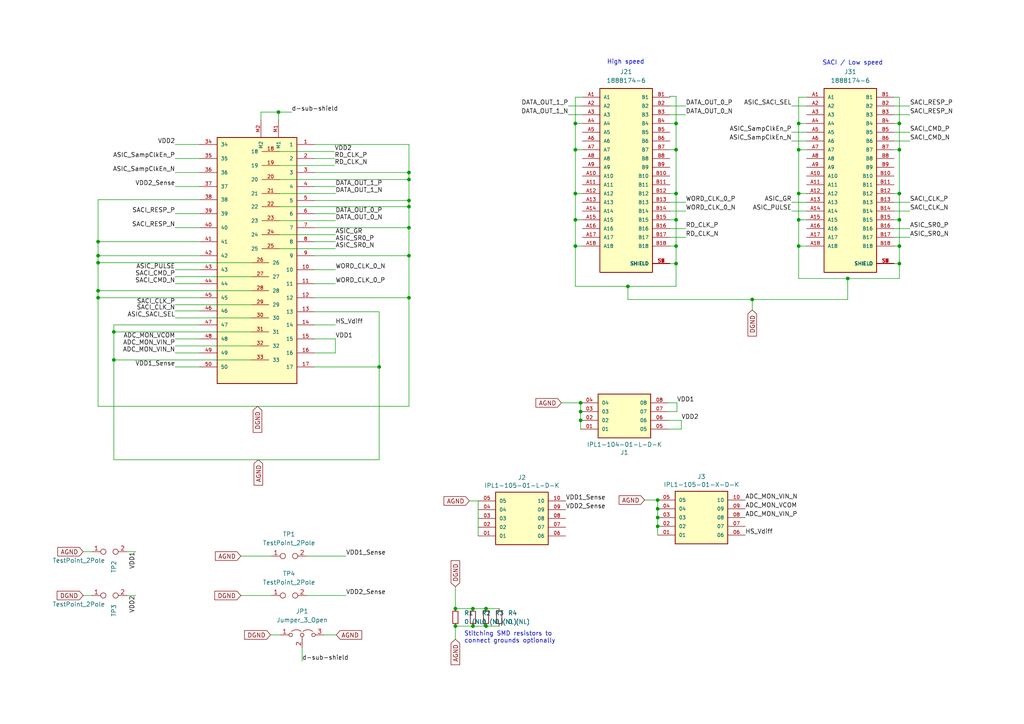
<source format=kicad_sch>
(kicad_sch (version 20211123) (generator eeschema)
  (paper "A4")
  (lib_symbols
    (symbol "Connector:1888174-6" (pin_names (offset 1.016))
      (property "Reference" "J" (at -7.874 26.162 0))
      (property "Value" "1888174-6" (at -7.62 -29.9974 0))
      (symbol "1888174-6_0_0"
        (rectangle (start -7.62 -27.94) (end 7.62 25.4) (stroke (width 0.254)) (fill (type background)))
        (pin passive line (at -12.7 22.86 0) (length 5.08) (name "A1") (number "A1"))
        (pin passive line (at -12.7 0 0) (length 5.08) (name "A10") (number "A10"))
        (pin passive line (at -12.7 -2.54 0) (length 5.08) (name "A11") (number "A11"))
        (pin passive line (at -12.7 -5.08 0) (length 5.08) (name "A12") (number "A12"))
        (pin passive line (at -12.7 -7.62 0) (length 5.08) (name "A13") (number "A13"))
        (pin passive line (at -12.7 -10.16 0) (length 5.08) (name "A14") (number "A14"))
        (pin passive line (at -12.7 -12.7 0) (length 5.08) (name "A15") (number "A15"))
        (pin passive line (at -12.7 -15.24 0) (length 5.08) (name "A16") (number "A16"))
        (pin passive line (at -12.7 -17.78 0) (length 5.08) (name "A17") (number "A17"))
        (pin passive line (at -12.7 -20.32 0) (length 5.08) (name "A18") (number "A18"))
        (pin passive line (at -12.7 20.32 0) (length 5.08) (name "A2") (number "A2"))
        (pin passive line (at -12.7 17.78 0) (length 5.08) (name "A3") (number "A3"))
        (pin passive line (at -12.7 15.24 0) (length 5.08) (name "A4") (number "A4"))
        (pin passive line (at -12.7 12.7 0) (length 5.08) (name "A5") (number "A5"))
        (pin passive line (at -12.7 10.16 0) (length 5.08) (name "A6") (number "A6"))
        (pin passive line (at -12.7 7.62 0) (length 5.08) (name "A7") (number "A7"))
        (pin passive line (at -12.7 5.08 0) (length 5.08) (name "A8") (number "A8"))
        (pin passive line (at -12.7 2.54 0) (length 5.08) (name "A9") (number "A9"))
        (pin passive line (at 12.7 22.86 180) (length 5.08) (name "B1") (number "B1"))
        (pin passive line (at 12.7 0 180) (length 5.08) (name "B10") (number "B10"))
        (pin passive line (at 12.7 -2.54 180) (length 5.08) (name "B11") (number "B11"))
        (pin passive line (at 12.7 -5.08 180) (length 5.08) (name "B12") (number "B12"))
        (pin passive line (at 12.7 -7.62 180) (length 5.08) (name "B13") (number "B13"))
        (pin passive line (at 12.7 -10.16 180) (length 5.08) (name "B14") (number "B14"))
        (pin passive line (at 12.7 -12.7 180) (length 5.08) (name "B15") (number "B15"))
        (pin passive line (at 12.7 -15.24 180) (length 5.08) (name "B16") (number "B16"))
        (pin passive line (at 12.7 -17.78 180) (length 5.08) (name "B17") (number "B17"))
        (pin passive line (at 12.7 -20.32 180) (length 5.08) (name "B18") (number "B18"))
        (pin passive line (at 12.7 20.32 180) (length 5.08) (name "B2") (number "B2"))
        (pin passive line (at 12.7 17.78 180) (length 5.08) (name "B3") (number "B3"))
        (pin passive line (at 12.7 15.24 180) (length 5.08) (name "B4") (number "B4"))
        (pin passive line (at 12.7 12.7 180) (length 5.08) (name "B5") (number "B5"))
        (pin passive line (at 12.7 10.16 180) (length 5.08) (name "B6") (number "B6"))
        (pin passive line (at 12.7 7.62 180) (length 5.08) (name "B7") (number "B7"))
        (pin passive line (at 12.7 5.08 180) (length 5.08) (name "B8") (number "B8"))
        (pin passive line (at 12.7 2.54 180) (length 5.08) (name "B9") (number "B9"))
        (pin passive line (at 12.7 -25.4 180) (length 5.08) (name "SHIELD") (number "S1"))
        (pin passive line (at 12.7 -25.4 180) (length 5.08) (name "SHIELD") (number "S2"))
        (pin passive line (at 12.7 -25.4 180) (length 5.08) (name "SHIELD") (number "S3"))
        (pin passive line (at 12.7 -25.4 180) (length 5.08) (name "SHIELD") (number "S4"))
        (pin passive line (at 12.7 -25.4 180) (length 5.08) (name "SHIELD") (number "S5"))
        (pin passive line (at 12.7 -25.4 180) (length 5.08) (name "SHIELD") (number "S6"))
        (pin passive line (at 12.7 -25.4 180) (length 5.08) (name "SHIELD") (number "S7"))
        (pin passive line (at 12.7 -25.4 180) (length 5.08) (name "SHIELD") (number "S8"))
      )
    )
    (symbol "Connector:TestPoint_2Pole" (pin_names (offset 0.762) hide)
      (property "Reference" "TP" (at 0 1.524 0))
      (property "Value" "TestPoint_2Pole" (at 0 -1.778 0))
      (symbol "TestPoint_2Pole_0_1"
        (circle (center -1.778 0) (radius 0.762))
        (circle (center 1.778 0) (radius 0.762))
        (pin passive line (at -5.08 0 0) (length 2.54) (name "1") (number "1"))
        (pin passive line (at 5.08 0 180) (length 2.54) (name "2") (number "2"))
      )
    )
    (symbol "Device:R_Small" (pin_numbers hide) (pin_names (offset 0.254) hide)
      (property "Reference" "R" (at 0.762 0.508 0))
      (property "Value" "R_Small" (at 0.762 -1.016 0))
      (symbol "R_Small_0_1"
        (rectangle (start -0.762 1.778) (end 0.762 -1.778) (stroke (width 0.2032)))
      )
      (symbol "R_Small_1_1"
        (pin passive line (at 0 2.54 270) (length 0.762) (name "~") (number "1"))
        (pin passive line (at 0 -2.54 90) (length 0.762) (name "~") (number "2"))
      )
    )
    (symbol "IPL-104:IPL1-104-01-L-D-K" (pin_names (offset 1.016))
      (property "Reference" "J" (at -7.62 6.35 0))
      (property "Value" "IPL1-104-01-L-D-K" (at -7.62 -8.89 0))
      (symbol "IPL1-104-01-L-D-K_0_0"
        (rectangle (start -7.62 -7.62) (end 7.62 5.08) (stroke (width 0.254)) (fill (type background)))
        (pin passive line (at -12.7 2.54 0) (length 5.08) (name "01") (number "01"))
        (pin passive line (at -12.7 0 0) (length 5.08) (name "02") (number "02"))
        (pin passive line (at -12.7 -2.54 0) (length 5.08) (name "03") (number "03"))
        (pin passive line (at -12.7 -5.08 0) (length 5.08) (name "04") (number "04"))
        (pin passive line (at 12.7 2.54 180) (length 5.08) (name "05") (number "05"))
        (pin passive line (at 12.7 0 180) (length 5.08) (name "06") (number "06"))
        (pin passive line (at 12.7 -2.54 180) (length 5.08) (name "07") (number "07"))
        (pin passive line (at 12.7 -5.08 180) (length 5.08) (name "08") (number "08"))
      )
    )
    (symbol "IPL-105:IPL1-105-01-X-D-K" (pin_names (offset 1.016))
      (property "Reference" "J" (at -7.62 8.89 0))
      (property "Value" "IPL1-105-01-X-D-K" (at -7.62 -8.89 0))
      (symbol "IPL1-105-01-X-D-K_0_0"
        (rectangle (start -7.62 -7.62) (end 7.62 7.62) (stroke (width 0.254)) (fill (type background)))
        (pin passive line (at -12.7 5.08 0) (length 5.08) (name "01") (number "01"))
        (pin passive line (at -12.7 2.54 0) (length 5.08) (name "02") (number "02"))
        (pin passive line (at -12.7 0 0) (length 5.08) (name "03") (number "03"))
        (pin passive line (at -12.7 -2.54 0) (length 5.08) (name "04") (number "04"))
        (pin passive line (at -12.7 -5.08 0) (length 5.08) (name "05") (number "05"))
        (pin passive line (at 12.7 5.08 180) (length 5.08) (name "06") (number "06"))
        (pin passive line (at 12.7 2.54 180) (length 5.08) (name "07") (number "07"))
        (pin passive line (at 12.7 0 180) (length 5.08) (name "08") (number "08"))
        (pin passive line (at 12.7 -2.54 180) (length 5.08) (name "09") (number "09"))
        (pin passive line (at 12.7 -5.08 180) (length 5.08) (name "10") (number "10"))
      )
    )
    (symbol "Jumper:Jumper_3_Open" (pin_names (offset 0) hide)
      (property "Reference" "JP" (at -2.54 -2.54 0))
      (property "Value" "Jumper_3_Open" (at 0 2.794 0))
      (symbol "Jumper_3_Open_0_0"
        (circle (center -3.302 0) (radius 0.508))
        (circle (center 0 0) (radius 0.508))
        (circle (center 3.302 0) (radius 0.508))
      )
      (symbol "Jumper_3_Open_0_1"
        (arc (start -0.254 1.016) (mid -1.651 1.4992) (end -3.048 1.016))
        (polyline (pts (xy 0 -0.508) (xy 0 -1.27)))
        (arc (start 3.048 1.016) (mid 1.651 1.4992) (end 0.254 1.016))
      )
      (symbol "Jumper_3_Open_1_1"
        (pin passive line (at -6.35 0 0) (length 2.54) (name "A") (number "1"))
        (pin passive line (at 0 -3.81 90) (length 2.54) (name "C") (number "2"))
        (pin passive line (at 6.35 0 180) (length 2.54) (name "B") (number "3"))
      )
    )
    (symbol "dsub-50:5747193-2" (pin_names (offset 1.016))
      (symbol "5747193-2_0_0"
        (rectangle (start -10.668 75.946) (end 12.446 4.572) (stroke (width 0.254)) (fill (type background)))
        (pin bidirectional line (at 17.526 73.914 180) (length 5.08) (name "1") (number "1"))
        (pin bidirectional line (at 17.526 37.592 180) (length 5.08) (name "10") (number "10"))
        (pin bidirectional line (at 17.526 33.528 180) (length 5.08) (name "11") (number "11"))
        (pin bidirectional line (at 17.526 29.464 180) (length 5.08) (name "12") (number "12"))
        (pin bidirectional line (at 17.526 25.4 180) (length 5.08) (name "13") (number "13"))
        (pin bidirectional line (at 17.526 21.59 180) (length 5.08) (name "14") (number "14"))
        (pin bidirectional line (at 17.526 17.526 180) (length 5.08) (name "15") (number "15"))
        (pin bidirectional line (at 17.526 13.462 180) (length 5.08) (name "16") (number "16"))
        (pin bidirectional line (at 17.526 9.398 180) (length 5.08) (name "17") (number "17"))
        (pin bidirectional line (at 7.366 71.882 180) (length 5.08) (name "18") (number "18"))
        (pin bidirectional line (at 7.366 67.818 180) (length 5.08) (name "19") (number "19"))
        (pin bidirectional line (at 17.526 69.85 180) (length 5.08) (name "2") (number "2"))
        (pin bidirectional line (at 7.366 63.754 180) (length 5.08) (name "20") (number "20"))
        (pin bidirectional line (at 7.366 59.69 180) (length 5.08) (name "21") (number "21"))
        (pin bidirectional line (at 7.366 55.88 180) (length 5.08) (name "22") (number "22"))
        (pin bidirectional line (at 7.366 51.816 180) (length 5.08) (name "23") (number "23"))
        (pin bidirectional line (at 7.366 47.752 180) (length 5.08) (name "24") (number "24"))
        (pin bidirectional line (at 7.366 43.688 180) (length 5.08) (name "25") (number "25"))
        (pin bidirectional line (at -0.762 39.624 0) (length 5.08) (name "26") (number "26"))
        (pin bidirectional line (at -0.762 35.56 0) (length 5.08) (name "27") (number "27"))
        (pin bidirectional line (at -0.762 31.496 0) (length 5.08) (name "28") (number "28"))
        (pin bidirectional line (at -0.762 27.432 0) (length 5.08) (name "29") (number "29"))
        (pin bidirectional line (at 17.526 65.786 180) (length 5.08) (name "3") (number "3"))
        (pin bidirectional line (at -0.762 23.622 0) (length 5.08) (name "30") (number "30"))
        (pin bidirectional line (at -0.762 19.558 0) (length 5.08) (name "31") (number "31"))
        (pin bidirectional line (at -0.762 15.494 0) (length 5.08) (name "32") (number "32"))
        (pin bidirectional line (at -0.762 11.43 0) (length 5.08) (name "33") (number "33"))
        (pin bidirectional line (at -15.748 73.914 0) (length 5.08) (name "34") (number "34"))
        (pin bidirectional line (at -15.748 69.85 0) (length 5.08) (name "35") (number "35"))
        (pin bidirectional line (at -15.748 65.786 0) (length 5.08) (name "36") (number "36"))
        (pin bidirectional line (at -15.748 61.722 0) (length 5.08) (name "37") (number "37"))
        (pin bidirectional line (at -15.748 57.912 0) (length 5.08) (name "38") (number "38"))
        (pin bidirectional line (at -15.748 53.848 0) (length 5.08) (name "39") (number "39"))
        (pin bidirectional line (at 17.526 61.722 180) (length 5.08) (name "4") (number "4"))
        (pin bidirectional line (at -15.748 49.784 0) (length 5.08) (name "40") (number "40"))
        (pin bidirectional line (at -15.748 45.72 0) (length 5.08) (name "41") (number "41"))
        (pin bidirectional line (at -15.748 41.656 0) (length 5.08) (name "42") (number "42"))
        (pin bidirectional line (at -15.748 37.592 0) (length 5.08) (name "43") (number "43"))
        (pin bidirectional line (at -15.748 33.528 0) (length 5.08) (name "44") (number "44"))
        (pin bidirectional line (at -15.748 29.464 0) (length 5.08) (name "45") (number "45"))
        (pin bidirectional line (at -15.748 25.654 0) (length 5.08) (name "46") (number "46"))
        (pin bidirectional line (at -15.748 21.59 0) (length 5.08) (name "47") (number "47"))
        (pin bidirectional line (at -15.748 17.526 0) (length 5.08) (name "48") (number "48"))
        (pin bidirectional line (at -15.748 13.462 0) (length 5.08) (name "49") (number "49"))
        (pin bidirectional line (at 17.526 57.658 180) (length 5.08) (name "5") (number "5"))
        (pin bidirectional line (at -15.748 9.398 0) (length 5.08) (name "50") (number "50"))
        (pin bidirectional line (at 17.526 53.848 180) (length 5.08) (name "6") (number "6"))
        (pin bidirectional line (at 17.526 49.784 180) (length 5.08) (name "7") (number "7"))
        (pin bidirectional line (at 17.526 45.72 180) (length 5.08) (name "8") (number "8"))
        (pin bidirectional line (at 17.526 41.656 180) (length 5.08) (name "9") (number "9"))
        (pin bidirectional line (at 7.112 81.026 270) (length 5.08) (name "M1") (number "M1"))
        (pin bidirectional line (at 2.032 81.026 270) (length 5.08) (name "M2") (number "M2"))
      )
    )
  )
  (junction (at 260.858 76.454))
  (junction (at 166.878 43.434))
  (junction (at 28.448 84.328))
  (junction (at 231.648 71.374))
  (junction (at 168.402 116.84))
  (junction (at 190.754 152.654))
  (junction (at 140.97 181.61))
  (junction (at 140.97 176.53))
  (junction (at 196.088 63.754))
  (junction (at 190.754 147.574))
  (junction (at 28.448 86.36))
  (junction (at 118.618 74.168))
  (junction (at 231.648 35.814))
  (junction (at 28.448 74.168))
  (junction (at 118.618 50.038))
  (junction (at 260.858 63.754))
  (junction (at 109.982 106.426))
  (junction (at 190.754 150.114))
  (junction (at 168.402 119.38))
  (junction (at 132.08 181.61))
  (junction (at 231.648 56.134))
  (junction (at 196.088 56.134))
  (junction (at 118.618 59.944))
  (junction (at 166.878 35.814))
  (junction (at 118.618 52.07))
  (junction (at 80.772 32.512))
  (junction (at 166.878 71.374))
  (junction (at 182.118 83.058))
  (junction (at 196.088 35.814))
  (junction (at 132.08 176.53))
  (junction (at 196.088 71.374))
  (junction (at 118.618 58.166))
  (junction (at 166.878 63.754))
  (junction (at 196.088 76.454))
  (junction (at 118.618 66.04))
  (junction (at 137.16 181.61))
  (junction (at 260.858 43.434))
  (junction (at 218.186 86.868))
  (junction (at 28.448 70.104))
  (junction (at 260.858 56.134))
  (junction (at 231.648 63.754))
  (junction (at 28.448 76.2))
  (junction (at 260.858 71.374))
  (junction (at 190.754 145.034))
  (junction (at 137.16 176.53))
  (junction (at 196.088 43.434))
  (junction (at 33.02 104.394))
  (junction (at 33.02 96.266))
  (junction (at 245.872 80.772))
  (junction (at 260.858 35.814))
  (junction (at 168.402 121.92))
  (junction (at 118.618 86.36))
  (junction (at 166.878 56.134))
  (junction (at 231.648 43.434))
  (wire (pts (xy 33.02 96.266) (xy 33.02 94.234)))
  (wire (pts (xy 190.754 145.034) (xy 186.944 145.034)))
  (wire (pts (xy 91.186 98.298) (xy 97.282 98.298)))
  (wire (pts (xy 231.648 43.434) (xy 233.934 43.434)))
  (wire (pts (xy 81.026 64.008) (xy 97.282 64.008)))
  (wire (pts (xy 260.858 35.814) (xy 260.858 28.194)))
  (wire (pts (xy 168.402 121.92) (xy 168.402 124.46)))
  (wire (pts (xy 259.334 68.834) (xy 263.906 68.834)))
  (wire (pts (xy 194.31 63.754) (xy 196.088 63.754)))
  (wire (pts (xy 164.846 33.274) (xy 168.91 33.274)))
  (wire (pts (xy 118.618 41.91) (xy 91.186 41.91)))
  (wire (pts (xy 50.8 98.298) (xy 57.912 98.298)))
  (wire (pts (xy 33.02 104.394) (xy 72.898 104.394)))
  (wire (pts (xy 28.448 76.2) (xy 72.898 76.2)))
  (wire (pts (xy 50.8 80.264) (xy 72.898 80.264)))
  (wire (pts (xy 168.402 119.38) (xy 168.402 121.92)))
  (wire (pts (xy 39.37 172.72) (xy 36.83 172.72)))
  (wire (pts (xy 28.448 57.912) (xy 57.912 57.912)))
  (wire (pts (xy 118.618 59.944) (xy 118.618 58.166)))
  (wire (pts (xy 80.772 32.512) (xy 80.772 34.798)))
  (wire (pts (xy 81.026 59.944) (xy 118.618 59.944)))
  (wire (pts (xy 194.31 27.94) (xy 194.31 28.194)))
  (wire (pts (xy 91.186 70.104) (xy 97.282 70.104)))
  (wire (pts (xy 231.648 63.754) (xy 233.934 63.754)))
  (wire (pts (xy 194.31 71.374) (xy 196.088 71.374)))
  (wire (pts (xy 50.8 54.102) (xy 57.912 54.102)))
  (wire (pts (xy 229.616 61.214) (xy 233.934 61.214)))
  (wire (pts (xy 81.026 43.942) (xy 97.028 43.942)))
  (wire (pts (xy 33.02 94.234) (xy 57.912 94.234)))
  (wire (pts (xy 91.186 61.976) (xy 97.282 61.976)))
  (wire (pts (xy 118.618 74.168) (xy 118.618 66.04)))
  (wire (pts (xy 91.186 86.36) (xy 118.618 86.36)))
  (wire (pts (xy 194.31 30.734) (xy 198.882 30.734)))
  (wire (pts (xy 231.648 63.754) (xy 231.648 71.374)))
  (wire (pts (xy 28.448 74.168) (xy 28.448 70.104)))
  (wire (pts (xy 50.8 82.296) (xy 57.912 82.296)))
  (wire (pts (xy 50.8 66.04) (xy 57.912 66.04)))
  (wire (pts (xy 164.846 30.734) (xy 168.91 30.734)))
  (wire (pts (xy 166.878 28.194) (xy 166.878 35.814)))
  (wire (pts (xy 50.8 88.392) (xy 72.898 88.392)))
  (wire (pts (xy 231.648 71.374) (xy 231.648 80.772)))
  (wire (pts (xy 50.8 102.362) (xy 57.912 102.362)))
  (wire (pts (xy 91.186 102.362) (xy 97.282 102.362)))
  (wire (pts (xy 260.858 56.134) (xy 260.858 43.434)))
  (wire (pts (xy 260.858 76.454) (xy 260.858 71.374)))
  (wire (pts (xy 196.342 116.84) (xy 196.342 119.38)))
  (wire (pts (xy 194.31 35.814) (xy 196.088 35.814)))
  (wire (pts (xy 137.16 176.53) (xy 140.97 176.53)))
  (wire (pts (xy 260.858 28.194) (xy 259.334 28.194)))
  (wire (pts (xy 260.858 71.374) (xy 260.858 63.754)))
  (wire (pts (xy 194.31 58.674) (xy 198.882 58.674)))
  (wire (pts (xy 166.878 71.374) (xy 168.91 71.374)))
  (wire (pts (xy 194.31 66.294) (xy 198.882 66.294)))
  (wire (pts (xy 218.186 86.868) (xy 182.118 86.868)))
  (wire (pts (xy 196.342 116.84) (xy 193.802 116.84)))
  (wire (pts (xy 80.772 32.512) (xy 75.692 32.512)))
  (wire (pts (xy 259.334 40.894) (xy 263.906 40.894)))
  (wire (pts (xy 231.648 56.134) (xy 231.648 63.754)))
  (wire (pts (xy 132.08 181.61) (xy 137.16 181.61)))
  (wire (pts (xy 81.026 68.072) (xy 97.282 68.072)))
  (wire (pts (xy 196.088 35.814) (xy 196.088 43.434)))
  (wire (pts (xy 132.08 176.53) (xy 137.16 176.53)))
  (wire (pts (xy 166.878 56.134) (xy 168.91 56.134)))
  (wire (pts (xy 196.088 43.434) (xy 196.088 56.134)))
  (wire (pts (xy 166.878 71.374) (xy 166.878 83.058)))
  (wire (pts (xy 259.334 61.214) (xy 263.906 61.214)))
  (wire (pts (xy 91.186 90.424) (xy 109.982 90.424)))
  (wire (pts (xy 97.282 102.362) (xy 97.282 98.298)))
  (wire (pts (xy 69.85 172.72) (xy 78.74 172.72)))
  (wire (pts (xy 28.448 117.856) (xy 118.618 117.856)))
  (wire (pts (xy 118.618 58.166) (xy 118.618 52.07)))
  (wire (pts (xy 91.186 82.296) (xy 97.282 82.296)))
  (wire (pts (xy 259.334 35.814) (xy 260.858 35.814)))
  (wire (pts (xy 194.31 56.134) (xy 196.088 56.134)))
  (wire (pts (xy 231.648 56.134) (xy 233.934 56.134)))
  (wire (pts (xy 91.186 45.974) (xy 97.028 45.974)))
  (wire (pts (xy 193.802 124.46) (xy 197.612 124.46)))
  (wire (pts (xy 84.582 32.512) (xy 80.772 32.512)))
  (wire (pts (xy 259.334 33.274) (xy 263.906 33.274)))
  (wire (pts (xy 259.334 76.454) (xy 260.858 76.454)))
  (wire (pts (xy 91.186 66.04) (xy 118.618 66.04)))
  (wire (pts (xy 69.85 161.29) (xy 78.74 161.29)))
  (wire (pts (xy 26.67 172.72) (xy 24.13 172.72)))
  (wire (pts (xy 245.872 86.868) (xy 218.186 86.868)))
  (wire (pts (xy 93.98 184.15) (xy 97.536 184.15)))
  (wire (pts (xy 166.878 43.434) (xy 168.91 43.434)))
  (wire (pts (xy 28.448 84.328) (xy 28.448 76.2)))
  (wire (pts (xy 118.618 117.856) (xy 118.618 86.36)))
  (wire (pts (xy 229.616 38.354) (xy 233.934 38.354)))
  (wire (pts (xy 229.616 58.674) (xy 233.934 58.674)))
  (wire (pts (xy 259.334 58.674) (xy 263.906 58.674)))
  (wire (pts (xy 190.754 155.194) (xy 190.754 152.654)))
  (wire (pts (xy 259.334 43.434) (xy 260.858 43.434)))
  (wire (pts (xy 260.858 63.754) (xy 260.858 56.134)))
  (wire (pts (xy 190.754 150.114) (xy 190.754 147.574)))
  (wire (pts (xy 140.97 176.53) (xy 144.78 176.53)))
  (wire (pts (xy 50.8 50.038) (xy 57.912 50.038)))
  (wire (pts (xy 166.878 63.754) (xy 168.91 63.754)))
  (wire (pts (xy 231.648 35.814) (xy 231.648 43.434)))
  (wire (pts (xy 50.8 90.17) (xy 57.912 90.17)))
  (wire (pts (xy 81.026 72.136) (xy 97.282 72.136)))
  (wire (pts (xy 196.088 27.94) (xy 194.31 27.94)))
  (wire (pts (xy 166.878 63.754) (xy 166.878 71.374)))
  (wire (pts (xy 109.982 133.35) (xy 109.982 106.426)))
  (wire (pts (xy 75.692 32.512) (xy 75.692 34.798)))
  (wire (pts (xy 88.9 172.72) (xy 100.33 172.72)))
  (wire (pts (xy 50.8 106.426) (xy 57.912 106.426)))
  (wire (pts (xy 233.934 35.814) (xy 231.648 35.814)))
  (wire (pts (xy 196.088 71.374) (xy 196.088 63.754)))
  (wire (pts (xy 231.648 80.772) (xy 245.872 80.772)))
  (wire (pts (xy 138.684 145.288) (xy 138.684 155.448)))
  (wire (pts (xy 231.648 43.434) (xy 231.648 56.134)))
  (wire (pts (xy 50.8 45.974) (xy 57.912 45.974)))
  (wire (pts (xy 28.448 84.328) (xy 72.898 84.328)))
  (wire (pts (xy 166.878 43.434) (xy 166.878 56.134)))
  (wire (pts (xy 50.8 100.33) (xy 72.898 100.33)))
  (wire (pts (xy 132.08 170.18) (xy 132.08 176.53)))
  (wire (pts (xy 260.858 43.434) (xy 260.858 35.814)))
  (wire (pts (xy 39.37 160.02) (xy 36.83 160.02)))
  (wire (pts (xy 50.8 78.232) (xy 57.912 78.232)))
  (wire (pts (xy 194.31 61.214) (xy 198.882 61.214)))
  (wire (pts (xy 81.026 56.134) (xy 97.282 56.134)))
  (wire (pts (xy 33.02 133.35) (xy 33.02 104.394)))
  (wire (pts (xy 28.448 70.104) (xy 57.912 70.104)))
  (wire (pts (xy 194.31 43.434) (xy 196.088 43.434)))
  (wire (pts (xy 231.648 28.194) (xy 231.648 35.814)))
  (wire (pts (xy 229.616 30.734) (xy 233.934 30.734)))
  (wire (pts (xy 168.91 35.814) (xy 166.878 35.814)))
  (wire (pts (xy 140.97 181.61) (xy 144.78 181.61)))
  (wire (pts (xy 196.088 76.454) (xy 196.088 71.374)))
  (wire (pts (xy 81.026 48.006) (xy 97.028 48.006)))
  (wire (pts (xy 33.02 104.394) (xy 33.02 96.266)))
  (wire (pts (xy 229.616 40.894) (xy 233.934 40.894)))
  (wire (pts (xy 78.486 184.15) (xy 81.28 184.15)))
  (wire (pts (xy 190.754 147.574) (xy 190.754 145.034)))
  (wire (pts (xy 91.186 74.168) (xy 118.618 74.168)))
  (wire (pts (xy 245.872 80.772) (xy 260.858 80.772)))
  (wire (pts (xy 87.63 187.96) (xy 87.63 191.77)))
  (wire (pts (xy 28.448 70.104) (xy 28.448 57.912)))
  (wire (pts (xy 231.648 71.374) (xy 233.934 71.374)))
  (wire (pts (xy 50.8 41.91) (xy 57.912 41.91)))
  (wire (pts (xy 28.448 117.856) (xy 28.448 86.36)))
  (wire (pts (xy 190.754 152.654) (xy 190.754 150.114)))
  (wire (pts (xy 196.088 27.94) (xy 196.088 35.814)))
  (wire (pts (xy 194.31 68.834) (xy 198.882 68.834)))
  (wire (pts (xy 91.186 78.232) (xy 97.282 78.232)))
  (wire (pts (xy 194.31 76.454) (xy 196.088 76.454)))
  (wire (pts (xy 137.16 181.61) (xy 140.97 181.61)))
  (wire (pts (xy 196.088 56.134) (xy 196.088 63.754)))
  (wire (pts (xy 109.982 106.426) (xy 109.982 90.424)))
  (wire (pts (xy 28.448 76.2) (xy 28.448 74.168)))
  (wire (pts (xy 194.31 33.274) (xy 198.882 33.274)))
  (wire (pts (xy 218.186 86.868) (xy 218.186 89.916)))
  (wire (pts (xy 28.448 86.36) (xy 28.448 84.328)))
  (wire (pts (xy 168.91 28.194) (xy 166.878 28.194)))
  (wire (pts (xy 91.186 58.166) (xy 118.618 58.166)))
  (wire (pts (xy 28.448 74.168) (xy 57.912 74.168)))
  (wire (pts (xy 196.088 83.058) (xy 196.088 76.454)))
  (wire (pts (xy 197.612 121.92) (xy 197.612 124.46)))
  (wire (pts (xy 33.02 96.266) (xy 72.898 96.266)))
  (wire (pts (xy 26.67 160.02) (xy 24.13 160.02)))
  (wire (pts (xy 193.802 119.38) (xy 196.342 119.38)))
  (wire (pts (xy 166.878 83.058) (xy 182.118 83.058)))
  (wire (pts (xy 162.814 116.84) (xy 168.402 116.84)))
  (wire (pts (xy 91.186 54.102) (xy 97.282 54.102)))
  (wire (pts (xy 91.186 94.234) (xy 97.282 94.234)))
  (wire (pts (xy 166.878 35.814) (xy 166.878 43.434)))
  (wire (pts (xy 245.872 80.772) (xy 245.872 86.868)))
  (wire (pts (xy 259.334 38.354) (xy 263.906 38.354)))
  (wire (pts (xy 182.118 83.058) (xy 196.088 83.058)))
  (wire (pts (xy 260.858 80.772) (xy 260.858 76.454)))
  (wire (pts (xy 118.618 66.04) (xy 118.618 59.944)))
  (wire (pts (xy 182.118 86.868) (xy 182.118 83.058)))
  (wire (pts (xy 50.8 92.202) (xy 72.898 92.202)))
  (wire (pts (xy 197.612 121.92) (xy 193.802 121.92)))
  (wire (pts (xy 28.448 86.36) (xy 57.912 86.36)))
  (wire (pts (xy 50.8 61.976) (xy 57.912 61.976)))
  (wire (pts (xy 118.618 50.038) (xy 118.618 41.91)))
  (wire (pts (xy 118.618 86.36) (xy 118.618 74.168)))
  (wire (pts (xy 259.334 63.754) (xy 260.858 63.754)))
  (wire (pts (xy 118.618 52.07) (xy 118.618 50.038)))
  (wire (pts (xy 259.334 30.734) (xy 263.906 30.734)))
  (wire (pts (xy 91.186 50.038) (xy 118.618 50.038)))
  (wire (pts (xy 33.02 133.35) (xy 109.982 133.35)))
  (wire (pts (xy 168.402 116.84) (xy 168.402 119.38)))
  (wire (pts (xy 88.9 161.29) (xy 100.33 161.29)))
  (wire (pts (xy 166.878 56.134) (xy 166.878 63.754)))
  (wire (pts (xy 259.334 71.374) (xy 260.858 71.374)))
  (wire (pts (xy 259.334 66.294) (xy 263.906 66.294)))
  (wire (pts (xy 233.934 28.194) (xy 231.648 28.194)))
  (wire (pts (xy 81.026 52.07) (xy 118.618 52.07)))
  (wire (pts (xy 132.08 181.61) (xy 132.08 185.42)))
  (wire (pts (xy 259.334 56.134) (xy 260.858 56.134)))
  (wire (pts (xy 138.684 145.288) (xy 136.144 145.288)))
  (wire (pts (xy 91.186 106.426) (xy 109.982 106.426)))
  (text "Stitching SMD resistors to \nconnect grounds optionally\n" (at 134.62 186.69 0) (effects (font (size 1.27 1.27)) (justify left bottom)))
  (text "High speed" (at 176.022 18.796 0) (effects (font (size 1.27 1.27)) (justify left bottom)))
  (text "SACI / Low speed" (at 238.506 19.05 0) (effects (font (size 1.27 1.27)) (justify left bottom)))
  (label "ASIC_SR0_P" (at 97.282 70.104 0))
  (label "WORD_CLK_0_N" (at 97.282 78.232 0))
  (label "DATA_OUT_1_N" (at 97.282 56.134 0))
  (label "ASIC_SampClkEn_P" (at 229.616 38.354 180))
  (label "WORD_CLK_0_N" (at 198.882 61.214 0))
  (label "SACI_RESP_N" (at 263.906 33.274 0))
  (label "d-sub-shield" (at 84.582 32.512 0))
  (label "ASIC_SampClkEn_P" (at 50.8 45.974 180))
  (label "VDD2" (at 39.37 172.72 270))
  (label "WORD_CLK_0_P" (at 198.882 58.674 0))
  (label "SACI_CLK_N" (at 263.906 61.214 0))
  (label "SACI_CMD_N" (at 263.906 40.894 0))
  (label "DATA_OUT_1_P" (at 97.282 54.102 0))
  (label "DATA_OUT_1_P" (at 164.846 30.734 180))
  (label "DATA_OUT_0_N" (at 97.282 64.008 0))
  (label "ASIC_SR0_P" (at 263.906 66.294 0))
  (label "HS_Vdiff" (at 216.154 155.194 0))
  (label "ASIC_SampClkEn_N" (at 229.616 40.894 180))
  (label "VDD2_Sense" (at 164.084 147.828 0))
  (label "ASIC_SACI_SEL" (at 50.8 92.202 180))
  (label "ASIC_PULSE" (at 50.8 78.232 180))
  (label "ADC_MON_VIN_P" (at 216.154 150.114 0))
  (label "ADC_MON_VCOM" (at 50.8 98.298 180))
  (label "WORD_CLK_0_P" (at 97.282 82.296 0))
  (label "DATA_OUT_0_N" (at 198.882 33.274 0))
  (label "DATA_OUT_0_P" (at 198.882 30.734 0))
  (label "VDD1" (at 97.282 98.298 0))
  (label "ASIC_SampClkEn_N" (at 50.8 50.038 180))
  (label "SACI_CLK_N" (at 50.8 90.17 180))
  (label "d-sub-shield" (at 87.63 191.77 0))
  (label "ASIC_PULSE" (at 229.616 61.214 180))
  (label "DATA_OUT_0_P" (at 97.282 61.976 0))
  (label "SACI_CLK_P" (at 263.906 58.674 0))
  (label "VDD1_Sense" (at 100.33 161.29 0))
  (label "ADC_MON_VIN_N" (at 50.8 102.362 180))
  (label "SACI_RESP_N" (at 50.8 66.04 180))
  (label "SACI_CLK_P" (at 50.8 88.392 180))
  (label "ASIC_GR" (at 229.616 58.674 180))
  (label "VDD1" (at 196.342 116.84 0))
  (label "RD_CLK_N" (at 97.028 48.006 0))
  (label "RD_CLK_P" (at 97.028 45.974 0))
  (label "VDD2_Sense" (at 50.8 54.102 180))
  (label "VDD2" (at 197.612 121.92 0))
  (label "ADC_MON_VCOM" (at 216.154 147.574 0))
  (label "SACI_CMD_P" (at 263.906 38.354 0))
  (label "SACI_CMD_N" (at 50.8 82.296 180))
  (label "RD_CLK_N" (at 198.882 68.834 0))
  (label "VDD1_Sense" (at 164.084 145.288 0))
  (label "ASIC_SACI_SEL" (at 229.616 30.734 180))
  (label "VDD2_Sense" (at 100.33 172.72 0))
  (label "HS_Vdiff" (at 97.282 94.234 0))
  (label "SACI_RESP_P" (at 50.8 61.976 180))
  (label "VDD1_Sense" (at 50.8 106.426 180))
  (label "VDD1" (at 39.37 160.02 270))
  (label "ASIC_GR" (at 97.282 68.072 0))
  (label "SACI_CMD_P" (at 50.8 80.264 180))
  (label "ADC_MON_VIN_P" (at 50.8 100.33 180))
  (label "VDD2" (at 50.8 41.91 180))
  (label "VDD2" (at 97.028 43.942 0))
  (label "SACI_RESP_P" (at 263.906 30.734 0))
  (label "ASIC_SR0_N" (at 263.906 68.834 0))
  (label "ASIC_SR0_N" (at 97.282 72.136 0))
  (label "DATA_OUT_1_N" (at 164.846 33.274 180))
  (label "ADC_MON_VIN_N" (at 216.154 145.034 0))
  (label "RD_CLK_P" (at 198.882 66.294 0))
  (global_label "AGND" (shape input) (at 162.814 116.84 180) (property "Intersheet References" "${INTERSHEET_REFS}" (effects hide)))
  (global_label "AGND" (shape input) (at 136.144 145.288 180) (property "Intersheet References" "${INTERSHEET_REFS}" (effects hide)))
  (global_label "DGND" (shape input) (at 78.486 184.15 180) (property "Intersheet References" "${INTERSHEET_REFS}" (effects hide)))
  (global_label "AGND" (shape input) (at 132.08 185.42 270) (property "Intersheet References" "${INTERSHEET_REFS}" (effects hide)))
  (global_label "DGND" (shape input) (at 24.13 172.72 180) (property "Intersheet References" "${INTERSHEET_REFS}" (effects hide)))
  (global_label "AGND" (shape input) (at 74.93 133.35 270) (property "Intersheet References" "${INTERSHEET_REFS}" (effects hide)))
  (global_label "DGND" (shape input) (at 132.08 170.18 90) (property "Intersheet References" "${INTERSHEET_REFS}" (effects hide)))
  (global_label "DGND" (shape input) (at 218.186 89.916 270) (property "Intersheet References" "${INTERSHEET_REFS}" (effects hide)))
  (global_label "DGND" (shape input) (at 69.85 172.72 180) (property "Intersheet References" "${INTERSHEET_REFS}" (effects hide)))
  (global_label "AGND" (shape input) (at 24.13 160.02 180) (property "Intersheet References" "${INTERSHEET_REFS}" (effects hide)))
  (global_label "AGND" (shape input) (at 186.944 145.034 180) (property "Intersheet References" "${INTERSHEET_REFS}" (effects hide)))
  (global_label "AGND" (shape input) (at 69.85 161.29 180) (property "Intersheet References" "${INTERSHEET_REFS}" (effects hide)))
  (global_label "AGND" (shape input) (at 97.536 184.15 0) (property "Intersheet References" "${INTERSHEET_REFS}" (effects hide)))
  (global_label "DGND" (shape input) (at 74.676 117.856 270) (property "Intersheet References" "${INTERSHEET_REFS}" (effects hide)))
  (symbol (lib_id "Connector:TestPoint_2Pole") (at 31.75 160.02 0) (unit 1)
    (property "Reference" "TP2" (at 33.0201 162.56 90) (effects (justify right)))
    (property "Value" "TestPoint_2Pole" (at 30.4801 162.56 0) (effects (justify right)))
    (property "Footprint" "TestPoint:TestPoint_2Pads_Pitch5.08mm_Drill1.3mm" (effects hide))
  )
  (symbol (lib_id "Connector:TestPoint_2Pole") (at 31.75 172.72 0) (unit 1)
    (property "Reference" "TP3" (at 33.0201 175.26 90) (effects (justify right)))
    (property "Value" "TestPoint_2Pole" (at 30.4801 175.26 0) (effects (justify right)))
    (property "Footprint" "TestPoint:TestPoint_2Pads_Pitch5.08mm_Drill1.3mm" (effects hide))
  )
  (symbol (lib_id "Connector:1888174-6") (at 246.634 51.054 0) (unit 1)
    (property "Reference" "J31" (at 246.634 20.828 0))
    (property "Value" "1888174-6" (at 246.634 23.368 0))
    (property "Footprint" "Connector:TE_1888174-6" (effects hide))
    (property "Comment" "1888174-6" (effects hide))
  )
  (symbol (lib_id "Device:R_Small") (at 132.08 179.07 0) (unit 1)
    (property "Reference" "R1" (at 134.62 177.7999 0) (effects (justify left)))
    (property "Value" "0 (NL)" (at 134.62 180.3399 0) (effects (justify left)))
    (property "Footprint" "Resistor_SMD:R_0805_2012Metric_Pad1.20x1.40mm_HandSolder" (effects hide))
  )
  (symbol (lib_id "Connector:TestPoint_2Pole") (at 83.82 172.72 0) (unit 1)
    (property "Reference" "TP4" (at 83.82 166.37 0))
    (property "Value" "TestPoint_2Pole" (at 83.82 168.91 0))
    (property "Footprint" "TestPoint:TestPoint_2Pads_Pitch5.08mm_Drill1.3mm" (effects hide))
  )
  (symbol (lib_id "IPL-104:IPL1-104-01-L-D-K") (at 181.102 121.92 0) (mirror x) (unit 1)
    (property "Reference" "J1" (at 181.102 131.2418 0))
    (property "Value" "IPL1-104-01-L-D-K" (at 181.102 128.9304 0))
    (property "Footprint" "Connector_Samtec:SAMTEC_IPL1-104-01-L-D-K" (effects hide))
    (property "MAXIMUM_PACKAGE_HEIGHT" "8.43mm" (effects hide))
    (property "PARTREV" "E" (effects hide))
    (property "STANDARD" "Manufacturer Recommendations" (effects hide))
    (property "MANUFACTURER" "SAMTEC" (effects hide))
  )
  (symbol (lib_id "Device:R_Small") (at 137.16 179.07 0) (unit 1)
    (property "Reference" "R2" (at 139.7 177.7999 0) (effects (justify left)))
    (property "Value" "0 (NL)" (at 139.7 180.3399 0) (effects (justify left)))
    (property "Footprint" "Resistor_SMD:R_0805_2012Metric_Pad1.20x1.40mm_HandSolder" (effects hide))
  )
  (symbol (lib_id "Device:R_Small") (at 140.97 179.07 0) (unit 1)
    (property "Reference" "R3" (at 143.51 177.7999 0) (effects (justify left)))
    (property "Value" "0 (NL)" (at 143.51 180.3399 0) (effects (justify left)))
    (property "Footprint" "Resistor_SMD:R_0805_2012Metric_Pad1.20x1.40mm_HandSolder" (effects hide))
  )
  (symbol (lib_id "Jumper:Jumper_3_Open") (at 87.63 184.15 0) (unit 1)
    (property "Reference" "JP1" (at 87.63 177.292 0))
    (property "Value" "Jumper_3_Open" (at 87.63 179.832 0))
    (property "Footprint" "Connector_PinHeader_2.54mm:PinHeader_1x03_P2.54mm_Vertical" (effects hide))
  )
  (symbol (lib_id "dsub-50:5747193-2") (at 73.66 115.824 0) (unit 1)
    (property "Reference" "DSUB1" (effects hide))
    (property "Value" "5747193-2" (effects hide))
    (property "Footprint" "SKT-50" (effects hide))
    (property "Comment" "5747193-2" (effects hide))
  )
  (symbol (lib_id "Connector:1888174-6") (at 181.61 51.054 0) (unit 1)
    (property "Reference" "J21" (at 181.61 20.828 0))
    (property "Value" "1888174-6" (at 181.61 23.368 0))
    (property "Footprint" "Connector:TE_1888174-6" (effects hide))
    (property "Comment" "1888174-6" (effects hide))
  )
  (symbol (lib_id "IPL-105:IPL1-105-01-X-D-K") (at 151.384 150.368 0) (mirror x) (unit 1)
    (property "Reference" "J2" (at 151.384 138.5062 0))
    (property "Value" "IPL1-105-01-L-D-K" (at 151.384 140.8176 0))
    (property "Footprint" "Connector_Samtec:SAMTEC_IPL1-105-01-X-D-K" (effects hide))
    (property "MAXIMUM_PACKAGE_HEIGHT" "8.13 mm" (effects hide))
    (property "MANUFACTURER" "Samtec" (effects hide))
    (property "PARTREV" "E" (effects hide))
    (property "STANDARD" "Manufacturer Recommendations" (effects hide))
  )
  (symbol (lib_id "Connector:TestPoint_2Pole") (at 83.82 161.29 0) (unit 1)
    (property "Reference" "TP1" (at 83.82 154.94 0))
    (property "Value" "TestPoint_2Pole" (at 83.82 157.48 0))
    (property "Footprint" "TestPoint:TestPoint_2Pads_Pitch5.08mm_Drill1.3mm" (effects hide))
  )
  (symbol (lib_id "Device:R_Small") (at 144.78 179.07 0) (unit 1)
    (property "Reference" "R4" (at 147.32 177.7999 0) (effects (justify left)))
    (property "Value" "0 (NL)" (at 147.32 180.3399 0) (effects (justify left)))
    (property "Footprint" "Resistor_SMD:R_0805_2012Metric_Pad1.20x1.40mm_HandSolder" (effects hide))
  )
  (symbol (lib_id "IPL-105:IPL1-105-01-X-D-K") (at 203.454 150.114 0) (mirror x) (unit 1)
    (property "Reference" "J3" (at 203.454 138.2522 0))
    (property "Value" "IPL1-105-01-X-D-K" (at 203.454 140.5636 0))
    (property "Footprint" "Connector_Samtec:SAMTEC_IPL1-105-01-X-D-K" (effects hide))
    (property "MAXIMUM_PACKAGE_HEIGHT" "8.13 mm" (effects hide))
    (property "MANUFACTURER" "Samtec" (effects hide))
    (property "PARTREV" "E" (effects hide))
    (property "STANDARD" "Manufacturer Recommendations" (effects hide))
  )
)
</source>
